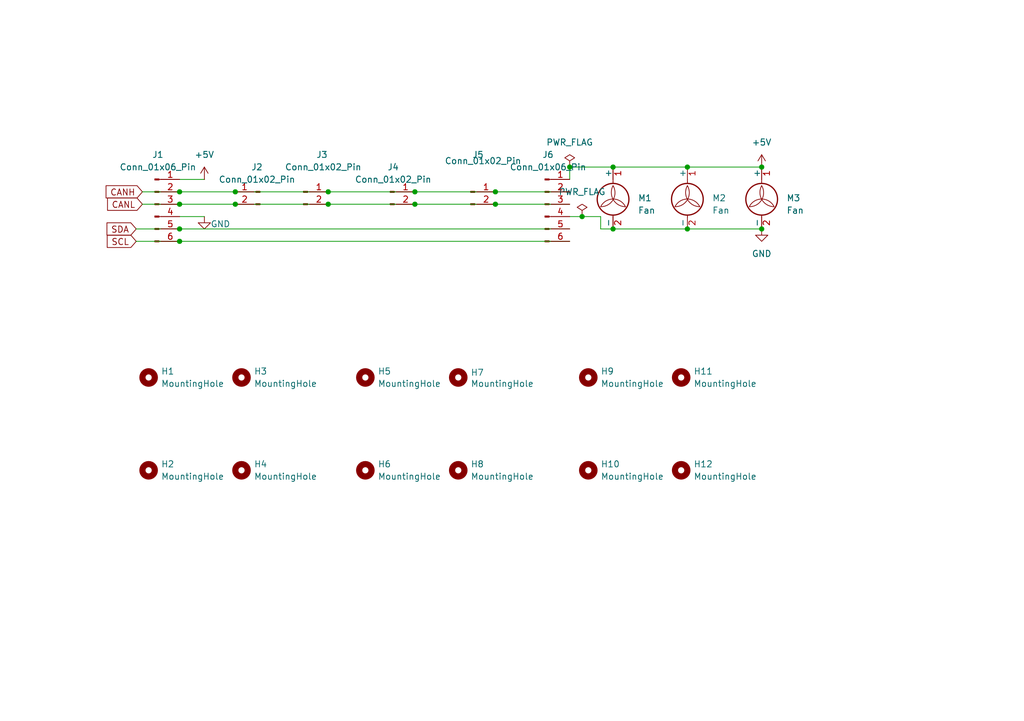
<source format=kicad_sch>
(kicad_sch (version 20250114) (generator "eeschema") (generator_version "9.0")
  (paper "A5")
  (title_block (title "can connector") (rev "00"))
  (lib_symbols
    (symbol "Connector:Conn_01x02_Pin" (pin_names (offset 1.016) (hide yes))
      (property "Reference" "J" (at 0 2.54 0))
      (property "Value" "Conn_01x02_Pin" (at 0 -5.08 0))
      (symbol "Conn_01x02_Pin_1_1"
        (rectangle (start 0.8636 0.127) (end 0 -0.127) (stroke (width 0.1524)) (fill (type outline)))
        (rectangle (start 0.8636 -2.413) (end 0 -2.667) (stroke (width 0.1524)) (fill (type outline)))
        (polyline (pts (xy 1.27 0) (xy 0.8636 0)) (stroke (width 0.1524)))
        (polyline (pts (xy 1.27 -2.54) (xy 0.8636 -2.54)) (stroke (width 0.1524)))
        (pin passive line (at 5.08 0 180) (length 3.81) (name "Pin_1") (number "1"))
        (pin passive line (at 5.08 -2.54 180) (length 3.81) (name "Pin_2") (number "2"))
      )
    )
    (symbol "Connector:Conn_01x06_Pin" (pin_names (offset 1.016) (hide yes))
      (property "Reference" "J" (at 0 7.62 0))
      (property "Value" "Conn_01x06_Pin" (at 0 -10.16 0))
      (symbol "Conn_01x06_Pin_1_1"
        (rectangle (start 0.8636 5.207) (end 0 4.953) (stroke (width 0.1524)) (fill (type outline)))
        (rectangle (start 0.8636 2.667) (end 0 2.413) (stroke (width 0.1524)) (fill (type outline)))
        (rectangle (start 0.8636 0.127) (end 0 -0.127) (stroke (width 0.1524)) (fill (type outline)))
        (rectangle (start 0.8636 -2.413) (end 0 -2.667) (stroke (width 0.1524)) (fill (type outline)))
        (rectangle (start 0.8636 -4.953) (end 0 -5.207) (stroke (width 0.1524)) (fill (type outline)))
        (rectangle (start 0.8636 -7.493) (end 0 -7.747) (stroke (width 0.1524)) (fill (type outline)))
        (polyline (pts (xy 1.27 5.08) (xy 0.8636 5.08)) (stroke (width 0.1524)))
        (polyline (pts (xy 1.27 2.54) (xy 0.8636 2.54)) (stroke (width 0.1524)))
        (polyline (pts (xy 1.27 0) (xy 0.8636 0)) (stroke (width 0.1524)))
        (polyline (pts (xy 1.27 -2.54) (xy 0.8636 -2.54)) (stroke (width 0.1524)))
        (polyline (pts (xy 1.27 -5.08) (xy 0.8636 -5.08)) (stroke (width 0.1524)))
        (polyline (pts (xy 1.27 -7.62) (xy 0.8636 -7.62)) (stroke (width 0.1524)))
        (pin passive line (at 5.08 5.08 180) (length 3.81) (name "Pin_1") (number "1"))
        (pin passive line (at 5.08 2.54 180) (length 3.81) (name "Pin_2") (number "2"))
        (pin passive line (at 5.08 0 180) (length 3.81) (name "Pin_3") (number "3"))
        (pin passive line (at 5.08 -2.54 180) (length 3.81) (name "Pin_4") (number "4"))
        (pin passive line (at 5.08 -5.08 180) (length 3.81) (name "Pin_5") (number "5"))
        (pin passive line (at 5.08 -7.62 180) (length 3.81) (name "Pin_6") (number "6"))
      )
    )
    (symbol "Mechanical:MountingHole" (pin_names (offset 1.016)) (in_bom no)
      (property "Reference" "H" (at 0 5.08 0))
      (property "Value" "MountingHole" (at 0 3.175 0))
      (symbol "MountingHole_0_1"
        (circle (center 0 0) (radius 1.27) (stroke (width 1.27)))
      )
    )
    (symbol "Motor:Fan" (pin_names (offset 0))
      (property "Reference" "M" (at 2.54 5.08 0))
      (property "Value" "Fan" (at 2.54 -2.54 0))
      (symbol "Fan_0_1"
        (arc (start 0 3.81) (mid -0.0015 0.9048) (end -2.54 -0.508))
        (polyline (pts (xy 0 4.572) (xy 0 5.08)))
        (polyline (pts (xy 0 4.2672) (xy 0 4.6228)))
        (circle (center 0 1.016) (radius 3.2512) (stroke (width 0.254)))
        (arc (start -2.54 -0.508) (mid 0 1.0618) (end 2.54 -0.508))
        (polyline (pts (xy 0 -2.2352) (xy 0 -2.6416)))
        (polyline (pts (xy 0 -5.08) (xy 0 -4.572)))
        (arc (start 2.54 -0.508) (mid 0.047 0.9315) (end 0 3.81))
      )
      (symbol "Fan_1_1"
        (pin passive line (at 0 7.62 270) (length 2.54) (name "+") (number "1"))
        (pin passive line (at 0 -5.08 90) (length 2.54) (name "-") (number "2"))
      )
    )
    (symbol "power:+5V" (power) (pin_numbers (hide yes)) (pin_names (offset 0) (hide yes))
      (property "Value" "+5V" (at 0 3.556 0))
      (symbol "+5V_0_1"
        (polyline (pts (xy -0.762 1.27) (xy 0 2.54)))
        (polyline (pts (xy 0 2.54) (xy 0.762 1.27)))
        (polyline (pts (xy 0 0) (xy 0 2.54)))
      )
      (symbol "+5V_1_1"
        (pin power_in line (at 0 0 90) (length 0) (name "~") (number "1"))
      )
    )
    (symbol "power:GND" (power) (pin_numbers (hide yes)) (pin_names (offset 0) (hide yes))
      (property "Value" "GND" (at 0 -3.81 0))
      (symbol "GND_0_1"
        (polyline (pts (xy 0 0) (xy 0 -1.27) (xy 1.27 -1.27) (xy 0 -2.54) (xy -1.27 -1.27) (xy 0 -1.27)))
      )
      (symbol "GND_1_1"
        (pin power_in line (at 0 0 270) (length 0) (name "~") (number "1"))
      )
    )
    (symbol "power:PWR_FLAG" (power) (pin_numbers (hide yes)) (pin_names (offset 0) (hide yes))
      (property "Value" "PWR_FLAG" (at 0 3.81 0))
      (symbol "PWR_FLAG_0_0"
        (pin power_out line (at 0 0 90) (length 0) (name "~") (number "1"))
      )
      (symbol "PWR_FLAG_0_1"
        (polyline (pts (xy 0 0) (xy 0 1.27) (xy -1.016 1.905) (xy 0 2.54) (xy 1.016 1.905) (xy 0 1.27)))
      )
    )
  )
  (junction (at 67.31 39.37))
  (junction (at 119.38 44.45))
  (junction (at 36.83 49.53))
  (junction (at 85.09 41.91))
  (junction (at 48.26 41.91))
  (junction (at 36.83 46.99))
  (junction (at 116.84 34.29))
  (junction (at 140.97 34.29))
  (junction (at 101.6 41.91))
  (junction (at 85.09 39.37))
  (junction (at 156.21 46.99))
  (junction (at 125.73 34.29))
  (junction (at 156.21 34.29))
  (junction (at 140.97 46.99))
  (junction (at 125.73 46.99))
  (junction (at 67.31 41.91))
  (junction (at 101.6 39.37))
  (junction (at 48.26 39.37))
  (junction (at 36.83 39.37))
  (junction (at 36.83 41.91))
  (wire (pts (xy 67.31 39.37) (xy 85.09 39.37)))
  (wire (pts (xy 29.21 41.91) (xy 36.83 41.91)))
  (wire (pts (xy 27.94 49.53) (xy 36.83 49.53)))
  (wire (pts (xy 101.6 41.91) (xy 116.84 41.91)))
  (wire (pts (xy 48.26 39.37) (xy 67.31 39.37)))
  (wire (pts (xy 36.83 49.53) (xy 116.84 49.53)))
  (wire (pts (xy 116.84 44.45) (xy 119.38 44.45)))
  (wire (pts (xy 36.83 41.91) (xy 48.26 41.91)))
  (wire (pts (xy 125.73 34.29) (xy 140.97 34.29)))
  (wire (pts (xy 41.91 44.45) (xy 36.83 44.45)))
  (wire (pts (xy 85.09 41.91) (xy 101.6 41.91)))
  (wire (pts (xy 41.91 36.83) (xy 36.83 36.83)))
  (wire (pts (xy 36.83 46.99) (xy 116.84 46.99)))
  (wire (pts (xy 36.83 39.37) (xy 48.26 39.37)))
  (wire (pts (xy 101.6 39.37) (xy 116.84 39.37)))
  (wire (pts (xy 119.38 44.45) (xy 123.19 44.45)))
  (wire (pts (xy 156.21 34.29) (xy 140.97 34.29)))
  (wire (pts (xy 48.26 41.91) (xy 67.31 41.91)))
  (wire (pts (xy 67.31 41.91) (xy 85.09 41.91)))
  (wire (pts (xy 27.94 46.99) (xy 36.83 46.99)))
  (wire (pts (xy 156.21 46.99) (xy 140.97 46.99)))
  (wire (pts (xy 116.84 36.83) (xy 116.84 34.29)))
  (wire (pts (xy 123.19 46.99) (xy 125.73 46.99)))
  (wire (pts (xy 29.21 39.37) (xy 36.83 39.37)))
  (wire (pts (xy 123.19 44.45) (xy 123.19 46.99)))
  (wire (pts (xy 85.09 39.37) (xy 101.6 39.37)))
  (wire (pts (xy 116.84 34.29) (xy 125.73 34.29)))
  (wire (pts (xy 140.97 46.99) (xy 125.73 46.99)))
  (global_label "SCL" (shape input) (at 27.94 49.53 180) (property "Intersheetrefs" "${INTERSHEET_REFS}" (effects (hide yes))))
  (global_label "SDA" (shape input) (at 27.94 46.99 180) (property "Intersheetrefs" "${INTERSHEET_REFS}" (effects (hide yes))))
  (global_label "CANL" (shape input) (at 29.21 41.91 180) (property "Intersheetrefs" "${INTERSHEET_REFS}" (effects (hide yes))))
  (global_label "CANH" (shape input) (at 29.21 39.37 180) (property "Intersheetrefs" "${INTERSHEET_REFS}" (effects (hide yes))))
  (symbol (lib_id "Mechanical:MountingHole") (at 120.65 96.52 0) (unit 1) (in_bom no)
    (property "Reference" "H10" (at 123.19 95.2499 0) (effects (justify left)))
    (property "Value" "MountingHole" (at 123.19 97.7899 0) (effects (justify left)))
    (property "Footprint" "MountingHole:MountingHole_3.2mm_M3" (effects (hide yes)))
    (property "Description" "Mounting Hole without connection" (effects (hide yes)))
  )
  (symbol (lib_id "Mechanical:MountingHole") (at 74.93 96.52 0) (unit 1) (in_bom no)
    (property "Reference" "H6" (at 77.47 95.2499 0) (effects (justify left)))
    (property "Value" "MountingHole" (at 77.47 97.7899 0) (effects (justify left)))
    (property "Footprint" "MountingHole:MountingHole_3.2mm_M3" (effects (hide yes)))
    (property "Description" "Mounting Hole without connection" (effects (hide yes)))
  )
  (symbol (lib_id "Motor:Fan") (at 125.73 41.91 0) (unit 1)
    (property "Reference" "M1" (at 130.81 40.6399 0) (effects (justify left)))
    (property "Value" "Fan" (at 130.81 43.1799 0) (effects (justify left)))
    (property "Footprint" "Connector_PinHeader_2.54mm:PinHeader_1x02_P2.54mm_Vertical" (effects (hide yes)))
    (property "Description" "Fan" (effects (hide yes)))
  )
  (symbol (lib_id "Mechanical:MountingHole") (at 49.53 96.52 0) (unit 1) (in_bom no)
    (property "Reference" "H4" (at 52.07 95.2499 0) (effects (justify left)))
    (property "Value" "MountingHole" (at 52.07 97.7899 0) (effects (justify left)))
    (property "Footprint" "MountingHole:MountingHole_3.2mm_M3" (effects (hide yes)))
    (property "Description" "Mounting Hole without connection" (effects (hide yes)))
  )
  (symbol (lib_id "Connector:Conn_01x06_Pin") (at 31.75 41.91 0) (unit 1)
    (property "Reference" "J1" (at 32.385 31.75 0))
    (property "Value" "Conn_01x06_Pin" (at 32.385 34.29 0))
    (property "Footprint" "Connector_PinHeader_2.54mm:PinHeader_1x06_P2.54mm_Vertical" (effects (hide yes)))
    (property "Description" "Generic connector, single row, 01x06, script generated" (effects (hide yes)))
  )
  (symbol (lib_id "power:+5V") (at 41.91 36.83 0) (unit 1)
    (property "Reference" "#PWR03" (effects (hide yes)))
    (property "Value" "+5V" (at 41.91 31.75 0))
    (property "Description" "Power symbol creates a global label with name \"+5V\"" (effects (hide yes)))
  )
  (symbol (lib_id "Motor:Fan") (at 156.21 41.91 0) (unit 1)
    (property "Reference" "M3" (at 161.29 40.6399 0) (effects (justify left)))
    (property "Value" "Fan" (at 161.29 43.1799 0) (effects (justify left)))
    (property "Footprint" "Connector_PinHeader_2.54mm:PinHeader_1x02_P2.54mm_Vertical" (effects (hide yes)))
    (property "Description" "Fan" (effects (hide yes)))
  )
  (symbol (lib_id "power:GND") (at 156.21 46.99 0) (unit 1)
    (property "Reference" "#PWR01" (effects (hide yes)))
    (property "Value" "GND" (at 156.21 52.07 0))
    (property "Description" "Power symbol creates a global label with name \"GND\" , ground" (effects (hide yes)))
  )
  (symbol (lib_id "Mechanical:MountingHole") (at 74.93 77.47 0) (unit 1) (in_bom no)
    (property "Reference" "H5" (at 77.47 76.1999 0) (effects (justify left)))
    (property "Value" "MountingHole" (at 77.47 78.7399 0) (effects (justify left)))
    (property "Footprint" "MountingHole:MountingHole_3.2mm_M3" (effects (hide yes)))
    (property "Description" "Mounting Hole without connection" (effects (hide yes)))
  )
  (symbol (lib_id "Mechanical:MountingHole") (at 139.7 77.47 0) (unit 1) (in_bom no)
    (property "Reference" "H11" (at 142.24 76.1999 0) (effects (justify left)))
    (property "Value" "MountingHole" (at 142.24 78.7399 0) (effects (justify left)))
    (property "Footprint" "MountingHole:MountingHole_3.2mm_M3" (effects (hide yes)))
    (property "Description" "Mounting Hole without connection" (effects (hide yes)))
  )
  (symbol (lib_id "power:GND") (at 41.91 44.45 0) (unit 1)
    (property "Reference" "#PWR04" (effects (hide yes)))
    (property "Value" "GND" (at 45.212 45.974 0))
    (property "Description" "Power symbol creates a global label with name \"GND\" , ground" (effects (hide yes)))
  )
  (symbol (lib_id "Connector:Conn_01x02_Pin") (at 96.52 39.37 0) (unit 1)
    (property "Reference" "J5" (at 98.044 31.75 0))
    (property "Value" "Conn_01x02_Pin" (at 99.06 33.02 0))
    (property "Footprint" "Connector_PinHeader_2.54mm:PinHeader_1x02_P2.54mm_Vertical" (effects (hide yes)))
    (property "Description" "Generic connector, single row, 01x02, script generated" (effects (hide yes)))
  )
  (symbol (lib_id "Mechanical:MountingHole") (at 30.48 77.47 0) (unit 1) (in_bom no)
    (property "Reference" "H1" (at 33.02 76.1999 0) (effects (justify left)))
    (property "Value" "MountingHole" (at 33.02 78.7399 0) (effects (justify left)))
    (property "Footprint" "MountingHole:MountingHole_3.2mm_M3" (effects (hide yes)))
    (property "Description" "Mounting Hole without connection" (effects (hide yes)))
  )
  (symbol (lib_id "power:+5V") (at 156.21 34.29 0) (unit 1)
    (property "Reference" "#PWR02" (effects (hide yes)))
    (property "Value" "+5V" (at 156.21 29.21 0))
    (property "Description" "Power symbol creates a global label with name \"+5V\"" (effects (hide yes)))
  )
  (symbol (lib_id "Connector:Conn_01x06_Pin") (at 111.76 41.91 0) (unit 1)
    (property "Reference" "J6" (at 112.395 31.75 0))
    (property "Value" "Conn_01x06_Pin" (at 112.395 34.29 0))
    (property "Footprint" "Connector_JST_additonal:JST_XH_S6B-XH-A-1_1x06_P2.50mm_Horizontal" (effects (hide yes)))
    (property "Description" "Generic connector, single row, 01x06, script generated" (effects (hide yes)))
  )
  (symbol (lib_id "Mechanical:MountingHole") (at 93.98 96.52 0) (unit 1) (in_bom no)
    (property "Reference" "H8" (at 96.52 95.2499 0) (effects (justify left)))
    (property "Value" "MountingHole" (at 96.52 97.7899 0) (effects (justify left)))
    (property "Footprint" "MountingHole:MountingHole_3.2mm_M3" (effects (hide yes)))
    (property "Description" "Mounting Hole without connection" (effects (hide yes)))
  )
  (symbol (lib_id "Connector:Conn_01x02_Pin") (at 62.23 39.37 0) (unit 1)
    (property "Reference" "J3" (at 66.04 31.75 0))
    (property "Value" "Conn_01x02_Pin" (at 66.294 34.29 0))
    (property "Footprint" "Connector_PinHeader_2.54mm:PinHeader_1x02_P2.54mm_Vertical" (effects (hide yes)))
    (property "Description" "Generic connector, single row, 01x02, script generated" (effects (hide yes)))
  )
  (symbol (lib_id "Mechanical:MountingHole") (at 139.7 96.52 0) (unit 1) (in_bom no)
    (property "Reference" "H12" (at 142.24 95.2499 0) (effects (justify left)))
    (property "Value" "MountingHole" (at 142.24 97.7899 0) (effects (justify left)))
    (property "Footprint" "MountingHole:MountingHole_3.2mm_M3" (effects (hide yes)))
    (property "Description" "Mounting Hole without connection" (effects (hide yes)))
  )
  (symbol (lib_id "power:PWR_FLAG") (at 119.38 44.45 0) (unit 1)
    (property "Reference" "#FLG02" (effects (hide yes)))
    (property "Value" "PWR_FLAG" (at 119.38 39.37 0))
    (property "Description" "Special symbol for telling ERC where power comes from" (effects (hide yes)))
  )
  (symbol (lib_id "Mechanical:MountingHole") (at 49.53 77.47 0) (unit 1) (in_bom no)
    (property "Reference" "H3" (at 52.07 76.1999 0) (effects (justify left)))
    (property "Value" "MountingHole" (at 52.07 78.7399 0) (effects (justify left)))
    (property "Footprint" "MountingHole:MountingHole_3.2mm_M3" (effects (hide yes)))
    (property "Description" "Mounting Hole without connection" (effects (hide yes)))
  )
  (symbol (lib_id "Mechanical:MountingHole") (at 30.48 96.52 0) (unit 1) (in_bom no)
    (property "Reference" "H2" (at 33.02 95.2499 0) (effects (justify left)))
    (property "Value" "MountingHole" (at 33.02 97.7899 0) (effects (justify left)))
    (property "Footprint" "MountingHole:MountingHole_3.2mm_M3" (effects (hide yes)))
    (property "Description" "Mounting Hole without connection" (effects (hide yes)))
  )
  (symbol (lib_id "Motor:Fan") (at 140.97 41.91 0) (unit 1)
    (property "Reference" "M2" (at 146.05 40.6399 0) (effects (justify left)))
    (property "Value" "Fan" (at 146.05 43.1799 0) (effects (justify left)))
    (property "Footprint" "Connector_PinHeader_2.54mm:PinHeader_1x02_P2.54mm_Vertical" (effects (hide yes)))
    (property "Description" "Fan" (effects (hide yes)))
  )
  (symbol (lib_id "Mechanical:MountingHole") (at 120.65 77.47 0) (unit 1) (in_bom no)
    (property "Reference" "H9" (at 123.19 76.1999 0) (effects (justify left)))
    (property "Value" "MountingHole" (at 123.19 78.7399 0) (effects (justify left)))
    (property "Footprint" "MountingHole:MountingHole_3.2mm_M3" (effects (hide yes)))
    (property "Description" "Mounting Hole without connection" (effects (hide yes)))
  )
  (symbol (lib_id "power:PWR_FLAG") (at 116.84 34.29 0) (unit 1)
    (property "Reference" "#FLG01" (effects (hide yes)))
    (property "Value" "PWR_FLAG" (at 116.84 29.21 0))
    (property "Description" "Special symbol for telling ERC where power comes from" (effects (hide yes)))
  )
  (symbol (lib_id "Mechanical:MountingHole") (at 93.98 77.47 0) (unit 1) (in_bom no)
    (property "Reference" "H7" (at 96.52 76.454 0) (effects (justify left)))
    (property "Value" "MountingHole" (at 96.52 78.7399 0) (effects (justify left)))
    (property "Footprint" "MountingHole:MountingHole_3.2mm_M3" (effects (hide yes)))
    (property "Description" "Mounting Hole without connection" (effects (hide yes)))
  )
  (symbol (lib_id "Connector:Conn_01x02_Pin") (at 80.01 39.37 0) (unit 1)
    (property "Reference" "J4" (at 80.645 34.29 0))
    (property "Value" "Conn_01x02_Pin" (at 80.645 36.83 0))
    (property "Footprint" "Connector_PinHeader_2.54mm:PinHeader_1x02_P2.54mm_Vertical" (effects (hide yes)))
    (property "Description" "Generic connector, single row, 01x02, script generated" (effects (hide yes)))
  )
  (symbol (lib_id "Connector:Conn_01x02_Pin") (at 53.34 39.37 0) (mirror y) (unit 1)
    (property "Reference" "J2" (at 52.705 34.29 0))
    (property "Value" "Conn_01x02_Pin" (at 52.705 36.83 0))
    (property "Footprint" "Connector_PinHeader_2.54mm:PinHeader_1x02_P2.54mm_Vertical" (effects (hide yes)))
    (property "Description" "Generic connector, single row, 01x02, script generated" (effects (hide yes)))
  )
)
</source>
